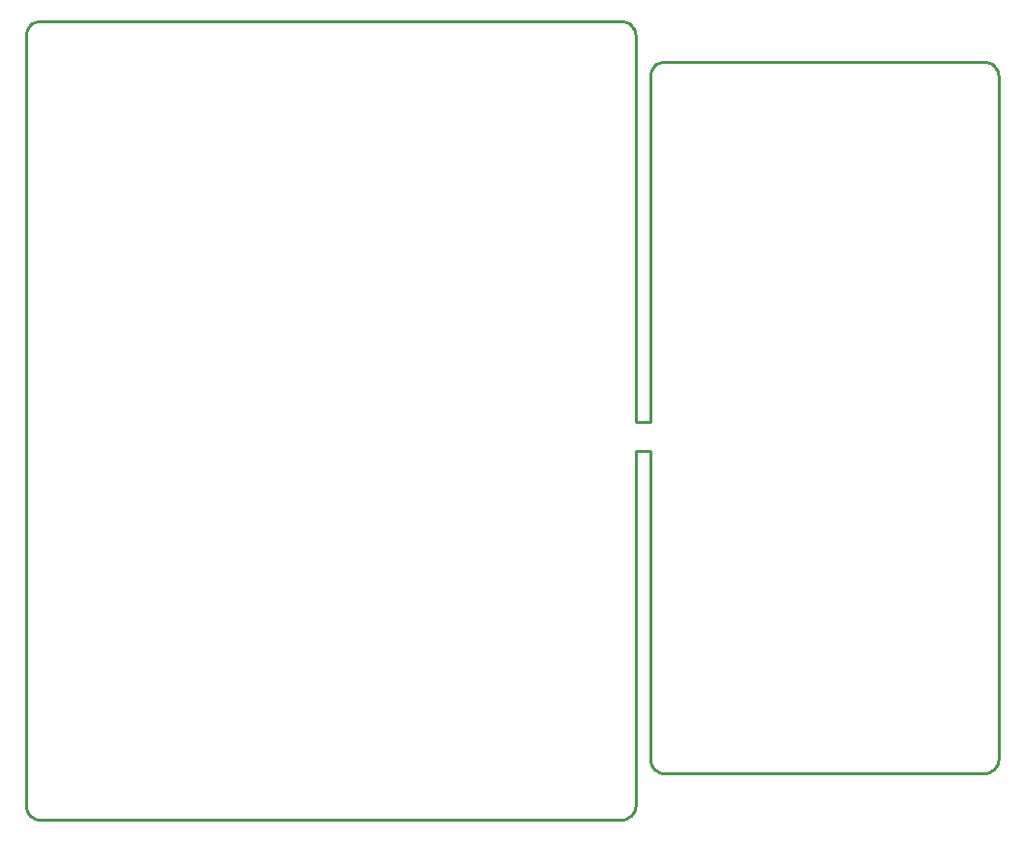
<source format=gko>
%FSTAX23Y23*%
%MOIN*%
%SFA1B1*%

%IPPOS*%
%ADD11C,0.010000*%
%LNmergepcb-1*%
%LPD*%
G54D11*
X033Y00165D02*
X03309Y00165D01*
X03319Y00168*
X03327Y00173*
X03335Y00179*
X03341Y00187*
X03346Y00195*
X03349Y00205*
X0335Y00215*
Y02565D02*
X03349Y02574D01*
X03346Y02584*
X03341Y02592*
X03335Y026*
X03327Y02606*
X03319Y02611*
X03309Y02614*
X033Y02615*
X022D02*
X0219Y02614D01*
X0218Y02611*
X02172Y02606*
X02164Y026*
X02158Y02592*
X02153Y02584*
X0215Y02574*
X0215Y02565*
Y00215D02*
X0215Y00205D01*
X02153Y00195*
X02158Y00187*
X02164Y00179*
X02172Y00173*
X0218Y00168*
X0219Y00165*
X022Y00165*
X0Y00055D02*
X0Y00045D01*
X00003Y00035*
X00008Y00027*
X00014Y00019*
X00022Y00013*
X0003Y00008*
X0004Y00005*
X0005Y00005*
X0205D02*
X02059Y00005D01*
X02069Y00008*
X02077Y00013*
X02085Y00019*
X02091Y00027*
X02096Y00035*
X02099Y00045*
X021Y00055*
X0005Y02755D02*
X0004Y02754D01*
X0003Y02751*
X00022Y02746*
X00014Y0274*
X00008Y02732*
X00003Y02724*
X0Y02714*
X0Y02705*
X021D02*
X02099Y02714D01*
X02096Y02724*
X02091Y02732*
X02085Y0274*
X02077Y02746*
X02069Y02751*
X02059Y02754*
X0205Y02755*
X0215Y01375D02*
Y02565D01*
X021Y01375D02*
X0215D01*
X021D02*
Y02705D01*
X0215Y00215D02*
Y01275D01*
X021D02*
X0215D01*
X021Y00055D02*
Y01275D01*
X022Y00165D02*
X033D01*
X0335Y00215D02*
Y02565D01*
X022Y02615D02*
X033D01*
X0Y00055D02*
Y02705D01*
X0005Y02755D02*
X0205D01*
X0005Y00005D02*
X0205D01*
M02*
</source>
